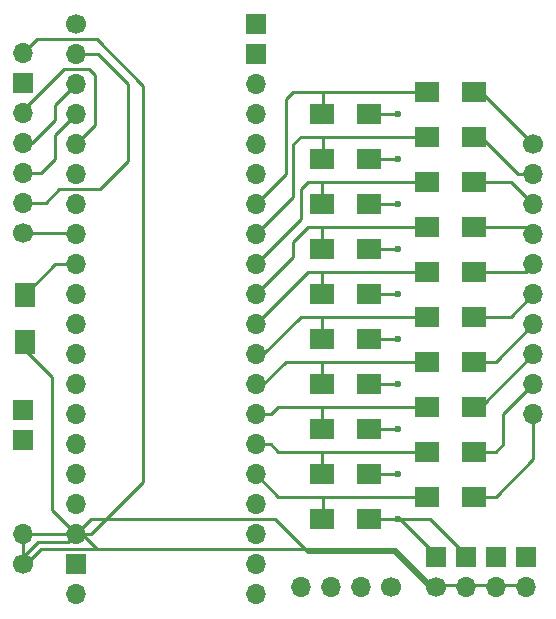
<source format=gtl>
G04 #@! TF.FileFunction,Copper,L1,Top,Signal*
%FSLAX46Y46*%
G04 Gerber Fmt 4.6, Leading zero omitted, Abs format (unit mm)*
G04 Created by KiCad (PCBNEW 4.0.7) date 12/25/17 13:45:12*
%MOMM*%
%LPD*%
G01*
G04 APERTURE LIST*
%ADD10C,0.100000*%
%ADD11C,1.700000*%
%ADD12R,1.700000X1.700000*%
%ADD13O,1.700000X1.700000*%
%ADD14R,2.000000X1.700000*%
%ADD15R,1.700000X2.000000*%
%ADD16C,0.600000*%
%ADD17C,0.250000*%
G04 APERTURE END LIST*
D10*
D11*
X148590000Y-151765000D03*
D12*
X148590000Y-149225000D03*
D13*
X151130000Y-151765000D03*
D12*
X151130000Y-149225000D03*
D13*
X153670000Y-151765000D03*
D12*
X153670000Y-149225000D03*
D13*
X156210000Y-151765000D03*
D12*
X156210000Y-149225000D03*
D11*
X156845000Y-114300000D03*
D13*
X156845000Y-116840000D03*
X156845000Y-119380000D03*
X156845000Y-121920000D03*
X156845000Y-124460000D03*
X156845000Y-127000000D03*
X156845000Y-129540000D03*
X156845000Y-132080000D03*
X156845000Y-134620000D03*
X156845000Y-137160000D03*
X118110000Y-152400000D03*
D12*
X118110000Y-149860000D03*
D13*
X118110000Y-147320000D03*
X118110000Y-144780000D03*
X118110000Y-142240000D03*
X118110000Y-139700000D03*
X118110000Y-137160000D03*
X118110000Y-134620000D03*
X118110000Y-132080000D03*
X118110000Y-129540000D03*
X118110000Y-127000000D03*
X118110000Y-124460000D03*
X118110000Y-121920000D03*
X118110000Y-119380000D03*
X118110000Y-116840000D03*
X118110000Y-114300000D03*
X118110000Y-111760000D03*
X118110000Y-109220000D03*
X118110000Y-106680000D03*
D11*
X118110000Y-104140000D03*
D12*
X133350000Y-104140000D03*
X133350000Y-106680000D03*
D13*
X133350000Y-109220000D03*
X133350000Y-111760000D03*
X133350000Y-114300000D03*
X133350000Y-116840000D03*
X133350000Y-119380000D03*
X133350000Y-121920000D03*
X133350000Y-124460000D03*
X133350000Y-127000000D03*
X133350000Y-129540000D03*
X133350000Y-132080000D03*
X133350000Y-134620000D03*
X133350000Y-137160000D03*
X133350000Y-139700000D03*
X133350000Y-142240000D03*
X133350000Y-144780000D03*
X133350000Y-147320000D03*
X133350000Y-149860000D03*
X133350000Y-152400000D03*
D14*
X138970000Y-111760000D03*
X142970000Y-111760000D03*
X138970000Y-115570000D03*
X142970000Y-115570000D03*
X138970000Y-119380000D03*
X142970000Y-119380000D03*
X138970000Y-123190000D03*
X142970000Y-123190000D03*
X138970000Y-127000000D03*
X142970000Y-127000000D03*
X138970000Y-130810000D03*
X142970000Y-130810000D03*
X138970000Y-134620000D03*
X142970000Y-134620000D03*
X138970000Y-138430000D03*
X142970000Y-138430000D03*
X138970000Y-142240000D03*
X142970000Y-142240000D03*
X138970000Y-146050000D03*
X142970000Y-146050000D03*
X151860000Y-109855000D03*
X147860000Y-109855000D03*
X151860000Y-113665000D03*
X147860000Y-113665000D03*
X151860000Y-117475000D03*
X147860000Y-117475000D03*
X151860000Y-121285000D03*
X147860000Y-121285000D03*
X151860000Y-125095000D03*
X147860000Y-125095000D03*
X151860000Y-128905000D03*
X147860000Y-128905000D03*
X151860000Y-132715000D03*
X147860000Y-132715000D03*
X151860000Y-136525000D03*
X147860000Y-136525000D03*
X151860000Y-140335000D03*
X147860000Y-140335000D03*
X151860000Y-144145000D03*
X147860000Y-144145000D03*
D11*
X113665000Y-121793000D03*
D13*
X113665000Y-119253000D03*
X113665000Y-116713000D03*
X113665000Y-114173000D03*
X113665000Y-111633000D03*
D12*
X113665000Y-109093000D03*
D13*
X113665000Y-106553000D03*
D12*
X113665000Y-139319000D03*
X113665000Y-136779000D03*
D15*
X113792000Y-127032000D03*
X113792000Y-131032000D03*
D11*
X113665000Y-149860000D03*
D13*
X113665000Y-147320000D03*
D11*
X144780000Y-151765000D03*
D13*
X142240000Y-151765000D03*
X139700000Y-151765000D03*
X137160000Y-151765000D03*
D16*
X145415000Y-111760000D03*
X145415000Y-115570000D03*
X145415000Y-119380000D03*
X145415000Y-123190000D03*
X145415000Y-127000000D03*
X145415000Y-130810000D03*
X145415000Y-134620000D03*
X145415000Y-138430000D03*
X145415000Y-142240000D03*
X145415000Y-146050000D03*
D17*
X145415000Y-146050000D02*
X148082000Y-146050000D01*
X148082000Y-146050000D02*
X151130000Y-149098000D01*
X145415000Y-146050000D02*
X145542000Y-146050000D01*
X145542000Y-146050000D02*
X148590000Y-149098000D01*
X145415000Y-111760000D02*
X142970000Y-111760000D01*
X145415000Y-115570000D02*
X142970000Y-115570000D01*
X145415000Y-119380000D02*
X142970000Y-119380000D01*
X145415000Y-123190000D02*
X142970000Y-123190000D01*
X145415000Y-127000000D02*
X142970000Y-127000000D01*
X145415000Y-130810000D02*
X142970000Y-130810000D01*
X145415000Y-134620000D02*
X142970000Y-134620000D01*
X145415000Y-138430000D02*
X142970000Y-138430000D01*
X142970000Y-146050000D02*
X145415000Y-146050000D01*
X145415000Y-142240000D02*
X142970000Y-142240000D01*
X118110000Y-124460000D02*
X116364000Y-124460000D01*
X116364000Y-124460000D02*
X113792000Y-127032000D01*
X113665000Y-121793000D02*
X117983000Y-121793000D01*
X117983000Y-121793000D02*
X118110000Y-121920000D01*
X113665000Y-111633000D02*
X113665000Y-111379000D01*
X113665000Y-111379000D02*
X117094000Y-107950000D01*
X117094000Y-107950000D02*
X119253000Y-107950000D01*
X119253000Y-107950000D02*
X119761000Y-108458000D01*
X119761000Y-108458000D02*
X119761000Y-112649000D01*
X119761000Y-112649000D02*
X118110000Y-114300000D01*
X113665000Y-116713000D02*
X115189000Y-116713000D01*
X116332000Y-113538000D02*
X118110000Y-111760000D01*
X116332000Y-115570000D02*
X116332000Y-113538000D01*
X115189000Y-116713000D02*
X116332000Y-115570000D01*
X113665000Y-114173000D02*
X114427000Y-114173000D01*
X114427000Y-114173000D02*
X116332000Y-112268000D01*
X116332000Y-112268000D02*
X116332000Y-110998000D01*
X116332000Y-110998000D02*
X118110000Y-109220000D01*
X122555000Y-115697000D02*
X122555000Y-109220000D01*
X115570000Y-119253000D02*
X116713000Y-118110000D01*
X116713000Y-118110000D02*
X120142000Y-118110000D01*
X120142000Y-118110000D02*
X122555000Y-115697000D01*
X113665000Y-119253000D02*
X115570000Y-119253000D01*
X120015000Y-106680000D02*
X118110000Y-106680000D01*
X122555000Y-109220000D02*
X120015000Y-106680000D01*
X135890000Y-116840000D02*
X133350000Y-119380000D01*
X135890000Y-110490000D02*
X135890000Y-116840000D01*
X136525000Y-109855000D02*
X135890000Y-110490000D01*
X139065000Y-111665000D02*
X138970000Y-111760000D01*
X139065000Y-109855000D02*
X139065000Y-111665000D01*
X139065000Y-109855000D02*
X136525000Y-109855000D01*
X147860000Y-109855000D02*
X139065000Y-109855000D01*
X136525000Y-118745000D02*
X133350000Y-121920000D01*
X136525000Y-114300000D02*
X136525000Y-118745000D01*
X137160000Y-113665000D02*
X136525000Y-114300000D01*
X139065000Y-113665000D02*
X139065000Y-115475000D01*
X139065000Y-115475000D02*
X138970000Y-115570000D01*
X147860000Y-113665000D02*
X139065000Y-113665000D01*
X139065000Y-113665000D02*
X137160000Y-113665000D01*
X137160000Y-120650000D02*
X133350000Y-124460000D01*
X137160000Y-118110000D02*
X137160000Y-120650000D01*
X137795000Y-117475000D02*
X137160000Y-118110000D01*
X138970000Y-117475000D02*
X137795000Y-117475000D01*
X138970000Y-119380000D02*
X138970000Y-117475000D01*
X138970000Y-117475000D02*
X139065000Y-117475000D01*
X139065000Y-117475000D02*
X147860000Y-117475000D01*
X136525000Y-123825000D02*
X133350000Y-127000000D01*
X136525000Y-122555000D02*
X136525000Y-123825000D01*
X137795000Y-121285000D02*
X136525000Y-122555000D01*
X138970000Y-123190000D02*
X138970000Y-121285000D01*
X138970000Y-121285000D02*
X139065000Y-121285000D01*
X147860000Y-121285000D02*
X139065000Y-121285000D01*
X139065000Y-121285000D02*
X137795000Y-121285000D01*
X137160000Y-125730000D02*
X133350000Y-129540000D01*
X137795000Y-125095000D02*
X137160000Y-125730000D01*
X138970000Y-127000000D02*
X138970000Y-125095000D01*
X138970000Y-125095000D02*
X139065000Y-125095000D01*
X147860000Y-125095000D02*
X139065000Y-125095000D01*
X139065000Y-125095000D02*
X137795000Y-125095000D01*
X137160000Y-128905000D02*
X133985000Y-132080000D01*
X133985000Y-132080000D02*
X133350000Y-132080000D01*
X139065000Y-128905000D02*
X137160000Y-128905000D01*
X138970000Y-130810000D02*
X138970000Y-128905000D01*
X138970000Y-128905000D02*
X139065000Y-128905000D01*
X147860000Y-128905000D02*
X139065000Y-128905000D01*
X135890000Y-132715000D02*
X133985000Y-134620000D01*
X133985000Y-134620000D02*
X133350000Y-134620000D01*
X139065000Y-132715000D02*
X135890000Y-132715000D01*
X138970000Y-134620000D02*
X138970000Y-132715000D01*
X138970000Y-132715000D02*
X139065000Y-132715000D01*
X147860000Y-132715000D02*
X139065000Y-132715000D01*
X134620000Y-137160000D02*
X133350000Y-137160000D01*
X135255000Y-136525000D02*
X134620000Y-137160000D01*
X138970000Y-138430000D02*
X138970000Y-136525000D01*
X138970000Y-136525000D02*
X139065000Y-136525000D01*
X147860000Y-136525000D02*
X139065000Y-136525000D01*
X139065000Y-136525000D02*
X135255000Y-136525000D01*
X134620000Y-139700000D02*
X133350000Y-139700000D01*
X135255000Y-140335000D02*
X134620000Y-139700000D01*
X138430000Y-140335000D02*
X135255000Y-140335000D01*
X147860000Y-140335000D02*
X138970000Y-140335000D01*
X138970000Y-142240000D02*
X138970000Y-140335000D01*
X138970000Y-140335000D02*
X138430000Y-140335000D01*
X135255000Y-144145000D02*
X133350000Y-142240000D01*
X139065000Y-144145000D02*
X135255000Y-144145000D01*
X147860000Y-144145000D02*
X139065000Y-144145000D01*
X139065000Y-144145000D02*
X139065000Y-145955000D01*
X139065000Y-145955000D02*
X138970000Y-146050000D01*
X151860000Y-109855000D02*
X152400000Y-109855000D01*
X152400000Y-109855000D02*
X156845000Y-114300000D01*
X151860000Y-113665000D02*
X152400000Y-113665000D01*
X152400000Y-113665000D02*
X155575000Y-116840000D01*
X155575000Y-116840000D02*
X156845000Y-116840000D01*
X151860000Y-117475000D02*
X154940000Y-117475000D01*
X154940000Y-117475000D02*
X156845000Y-119380000D01*
X151860000Y-121285000D02*
X156210000Y-121285000D01*
X156210000Y-121285000D02*
X156845000Y-121920000D01*
X151860000Y-125095000D02*
X156210000Y-125095000D01*
X156210000Y-125095000D02*
X156845000Y-124460000D01*
X151860000Y-128905000D02*
X154305000Y-128905000D01*
X154940000Y-128905000D02*
X156845000Y-127000000D01*
X154305000Y-128905000D02*
X154940000Y-128905000D01*
X151860000Y-132715000D02*
X153670000Y-132715000D01*
X153670000Y-132715000D02*
X156845000Y-129540000D01*
X151860000Y-136525000D02*
X152400000Y-136525000D01*
X152400000Y-136525000D02*
X156845000Y-132080000D01*
X151860000Y-140335000D02*
X153670000Y-140335000D01*
X153670000Y-140335000D02*
X154305000Y-139700000D01*
X154305000Y-139700000D02*
X154305000Y-137160000D01*
X154305000Y-137160000D02*
X156845000Y-134620000D01*
X151860000Y-144145000D02*
X153670000Y-144145000D01*
X156845000Y-140970000D02*
X156845000Y-137160000D01*
X153670000Y-144145000D02*
X156845000Y-140970000D01*
X119380000Y-146050000D02*
X118110000Y-147320000D01*
X135001000Y-146050000D02*
X119380000Y-146050000D01*
X137795000Y-148844000D02*
X135001000Y-146050000D01*
X145034000Y-148844000D02*
X137795000Y-148844000D01*
X147828000Y-151638000D02*
X145034000Y-148844000D01*
X148590000Y-151638000D02*
X147828000Y-151638000D01*
X145161000Y-148590000D02*
X119888000Y-148590000D01*
X148209000Y-151638000D02*
X145161000Y-148590000D01*
X148590000Y-151638000D02*
X148209000Y-151638000D01*
X113665000Y-149860000D02*
X113919000Y-149860000D01*
X113919000Y-149860000D02*
X115189000Y-148590000D01*
X115189000Y-148590000D02*
X119888000Y-148590000D01*
X113665000Y-146685000D02*
X113665000Y-149225000D01*
X118110000Y-147320000D02*
X117475000Y-147955000D01*
X117475000Y-147955000D02*
X114935000Y-147955000D01*
X114935000Y-147955000D02*
X113665000Y-149225000D01*
X118110000Y-147320000D02*
X114300000Y-147320000D01*
X114300000Y-147320000D02*
X113665000Y-146685000D01*
X118110000Y-147320000D02*
X119380000Y-147320000D01*
X116078000Y-145288000D02*
X118110000Y-147320000D01*
X113792000Y-131032000D02*
X113792000Y-131699000D01*
X113792000Y-131699000D02*
X116078000Y-133985000D01*
X116078000Y-133985000D02*
X116078000Y-145288000D01*
X119888000Y-105410000D02*
X114808000Y-105410000D01*
X123825000Y-142875000D02*
X123825000Y-109347000D01*
X123825000Y-142875000D02*
X119380000Y-147320000D01*
X114808000Y-105410000D02*
X113665000Y-106553000D01*
X123825000Y-109347000D02*
X119888000Y-105410000D01*
X119888000Y-148590000D02*
X118872000Y-147574000D01*
X118872000Y-147320000D02*
X118110000Y-147320000D01*
X148590000Y-151638000D02*
X148082000Y-151638000D01*
X156210000Y-151638000D02*
X153670000Y-151638000D01*
X153670000Y-151638000D02*
X151130000Y-151638000D01*
X151130000Y-151638000D02*
X148590000Y-151638000D01*
X118872000Y-147574000D02*
X118110000Y-147320000D01*
X118110000Y-147320000D02*
X118110000Y-147701000D01*
M02*

</source>
